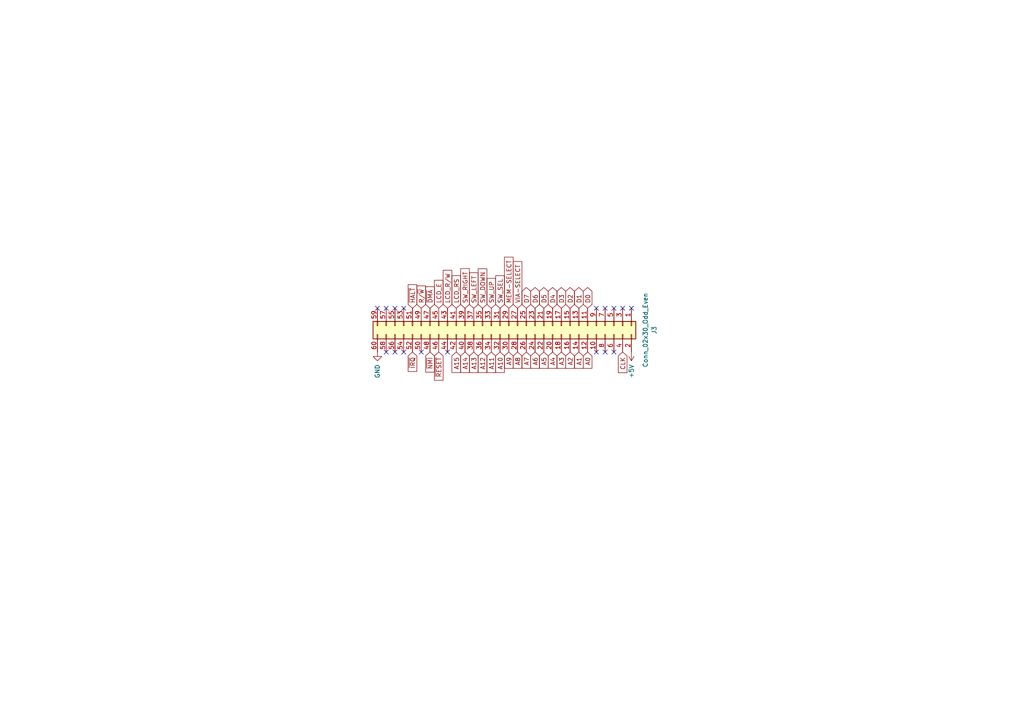
<source format=kicad_sch>
(kicad_sch (version 20230121) (generator eeschema)
  (paper "A4")
  (lib_symbols
    (symbol "Connector_Generic:Conn_02x30_Odd_Even" (pin_names (offset 1.016) hide)
      (property "Reference" "J" (at 1.27 38.1 0))
      (property "Value" "Conn_02x30_Odd_Even" (at 1.27 -40.64 0))
      (symbol "Conn_02x30_Odd_Even_1_1"
        (rectangle (start -1.27 -37.973) (end 0 -38.227) (stroke (width 0.1524)))
        (rectangle (start -1.27 -35.433) (end 0 -35.687) (stroke (width 0.1524)))
        (rectangle (start -1.27 -32.893) (end 0 -33.147) (stroke (width 0.1524)))
        (rectangle (start -1.27 -30.353) (end 0 -30.607) (stroke (width 0.1524)))
        (rectangle (start -1.27 -27.813) (end 0 -28.067) (stroke (width 0.1524)))
        (rectangle (start -1.27 -25.273) (end 0 -25.527) (stroke (width 0.1524)))
        (rectangle (start -1.27 -22.733) (end 0 -22.987) (stroke (width 0.1524)))
        (rectangle (start -1.27 -20.193) (end 0 -20.447) (stroke (width 0.1524)))
        (rectangle (start -1.27 -17.653) (end 0 -17.907) (stroke (width 0.1524)))
        (rectangle (start -1.27 -15.113) (end 0 -15.367) (stroke (width 0.1524)))
        (rectangle (start -1.27 -12.573) (end 0 -12.827) (stroke (width 0.1524)))
        (rectangle (start -1.27 -10.033) (end 0 -10.287) (stroke (width 0.1524)))
        (rectangle (start -1.27 -7.493) (end 0 -7.747) (stroke (width 0.1524)))
        (rectangle (start -1.27 -4.953) (end 0 -5.207) (stroke (width 0.1524)))
        (rectangle (start -1.27 -2.413) (end 0 -2.667) (stroke (width 0.1524)))
        (rectangle (start -1.27 0.127) (end 0 -0.127) (stroke (width 0.1524)))
        (rectangle (start -1.27 2.667) (end 0 2.413) (stroke (width 0.1524)))
        (rectangle (start -1.27 5.207) (end 0 4.953) (stroke (width 0.1524)))
        (rectangle (start -1.27 7.747) (end 0 7.493) (stroke (width 0.1524)))
        (rectangle (start -1.27 10.287) (end 0 10.033) (stroke (width 0.1524)))
        (rectangle (start -1.27 12.827) (end 0 12.573) (stroke (width 0.1524)))
        (rectangle (start -1.27 15.367) (end 0 15.113) (stroke (width 0.1524)))
        (rectangle (start -1.27 17.907) (end 0 17.653) (stroke (width 0.1524)))
        (rectangle (start -1.27 20.447) (end 0 20.193) (stroke (width 0.1524)))
        (rectangle (start -1.27 22.987) (end 0 22.733) (stroke (width 0.1524)))
        (rectangle (start -1.27 25.527) (end 0 25.273) (stroke (width 0.1524)))
        (rectangle (start -1.27 28.067) (end 0 27.813) (stroke (width 0.1524)))
        (rectangle (start -1.27 30.607) (end 0 30.353) (stroke (width 0.1524)))
        (rectangle (start -1.27 33.147) (end 0 32.893) (stroke (width 0.1524)))
        (rectangle (start -1.27 35.687) (end 0 35.433) (stroke (width 0.1524)))
        (rectangle (start -1.27 36.83) (end 3.81 -39.37) (stroke (width 0.254)) (fill (type background)))
        (rectangle (start 3.81 -37.973) (end 2.54 -38.227) (stroke (width 0.1524)))
        (rectangle (start 3.81 -35.433) (end 2.54 -35.687) (stroke (width 0.1524)))
        (rectangle (start 3.81 -32.893) (end 2.54 -33.147) (stroke (width 0.1524)))
        (rectangle (start 3.81 -30.353) (end 2.54 -30.607) (stroke (width 0.1524)))
        (rectangle (start 3.81 -27.813) (end 2.54 -28.067) (stroke (width 0.1524)))
        (rectangle (start 3.81 -25.273) (end 2.54 -25.527) (stroke (width 0.1524)))
        (rectangle (start 3.81 -22.733) (end 2.54 -22.987) (stroke (width 0.1524)))
        (rectangle (start 3.81 -20.193) (end 2.54 -20.447) (stroke (width 0.1524)))
        (rectangle (start 3.81 -17.653) (end 2.54 -17.907) (stroke (width 0.1524)))
        (rectangle (start 3.81 -15.113) (end 2.54 -15.367) (stroke (width 0.1524)))
        (rectangle (start 3.81 -12.573) (end 2.54 -12.827) (stroke (width 0.1524)))
        (rectangle (start 3.81 -10.033) (end 2.54 -10.287) (stroke (width 0.1524)))
        (rectangle (start 3.81 -7.493) (end 2.54 -7.747) (stroke (width 0.1524)))
        (rectangle (start 3.81 -4.953) (end 2.54 -5.207) (stroke (width 0.1524)))
        (rectangle (start 3.81 -2.413) (end 2.54 -2.667) (stroke (width 0.1524)))
        (rectangle (start 3.81 0.127) (end 2.54 -0.127) (stroke (width 0.1524)))
        (rectangle (start 3.81 2.667) (end 2.54 2.413) (stroke (width 0.1524)))
        (rectangle (start 3.81 5.207) (end 2.54 4.953) (stroke (width 0.1524)))
        (rectangle (start 3.81 7.747) (end 2.54 7.493) (stroke (width 0.1524)))
        (rectangle (start 3.81 10.287) (end 2.54 10.033) (stroke (width 0.1524)))
        (rectangle (start 3.81 12.827) (end 2.54 12.573) (stroke (width 0.1524)))
        (rectangle (start 3.81 15.367) (end 2.54 15.113) (stroke (width 0.1524)))
        (rectangle (start 3.81 17.907) (end 2.54 17.653) (stroke (width 0.1524)))
        (rectangle (start 3.81 20.447) (end 2.54 20.193) (stroke (width 0.1524)))
        (rectangle (start 3.81 22.987) (end 2.54 22.733) (stroke (width 0.1524)))
        (rectangle (start 3.81 25.527) (end 2.54 25.273) (stroke (width 0.1524)))
        (rectangle (start 3.81 28.067) (end 2.54 27.813) (stroke (width 0.1524)))
        (rectangle (start 3.81 30.607) (end 2.54 30.353) (stroke (width 0.1524)))
        (rectangle (start 3.81 33.147) (end 2.54 32.893) (stroke (width 0.1524)))
        (rectangle (start 3.81 35.687) (end 2.54 35.433) (stroke (width 0.1524)))
        (pin passive line (at -5.08 35.56 0) (length 3.81) (name "Pin_1") (number "1"))
        (pin passive line (at 7.62 25.4 180) (length 3.81) (name "Pin_10") (number "10"))
        (pin passive line (at -5.08 22.86 0) (length 3.81) (name "Pin_11") (number "11"))
        (pin passive line (at 7.62 22.86 180) (length 3.81) (name "Pin_12") (number "12"))
        (pin passive line (at -5.08 20.32 0) (length 3.81) (name "Pin_13") (number "13"))
        (pin passive line (at 7.62 20.32 180) (length 3.81) (name "Pin_14") (number "14"))
        (pin passive line (at -5.08 17.78 0) (length 3.81) (name "Pin_15") (number "15"))
        (pin passive line (at 7.62 17.78 180) (length 3.81) (name "Pin_16") (number "16"))
        (pin passive line (at -5.08 15.24 0) (length 3.81) (name "Pin_17") (number "17"))
        (pin passive line (at 7.62 15.24 180) (length 3.81) (name "Pin_18") (number "18"))
        (pin passive line (at -5.08 12.7 0) (length 3.81) (name "Pin_19") (number "19"))
        (pin passive line (at 7.62 35.56 180) (length 3.81) (name "Pin_2") (number "2"))
        (pin passive line (at 7.62 12.7 180) (length 3.81) (name "Pin_20") (number "20"))
        (pin passive line (at -5.08 10.16 0) (length 3.81) (name "Pin_21") (number "21"))
        (pin passive line (at 7.62 10.16 180) (length 3.81) (name "Pin_22") (number "22"))
        (pin passive line (at -5.08 7.62 0) (length 3.81) (name "Pin_23") (number "23"))
        (pin passive line (at 7.62 7.62 180) (length 3.81) (name "Pin_24") (number "24"))
        (pin passive line (at -5.08 5.08 0) (length 3.81) (name "Pin_25") (number "25"))
        (pin passive line (at 7.62 5.08 180) (length 3.81) (name "Pin_26") (number "26"))
        (pin passive line (at -5.08 2.54 0) (length 3.81) (name "Pin_27") (number "27"))
        (pin passive line (at 7.62 2.54 180) (length 3.81) (name "Pin_28") (number "28"))
        (pin passive line (at -5.08 0 0) (length 3.81) (name "Pin_29") (number "29"))
        (pin passive line (at -5.08 33.02 0) (length 3.81) (name "Pin_3") (number "3"))
        (pin passive line (at 7.62 0 180) (length 3.81) (name "Pin_30") (number "30"))
        (pin passive line (at -5.08 -2.54 0) (length 3.81) (name "Pin_31") (number "31"))
        (pin passive line (at 7.62 -2.54 180) (length 3.81) (name "Pin_32") (number "32"))
        (pin passive line (at -5.08 -5.08 0) (length 3.81) (name "Pin_33") (number "33"))
        (pin passive line (at 7.62 -5.08 180) (length 3.81) (name "Pin_34") (number "34"))
        (pin passive line (at -5.08 -7.62 0) (length 3.81) (name "Pin_35") (number "35"))
        (pin passive line (at 7.62 -7.62 180) (length 3.81) (name "Pin_36") (number "36"))
        (pin passive line (at -5.08 -10.16 0) (length 3.81) (name "Pin_37") (number "37"))
        (pin passive line (at 7.62 -10.16 180) (length 3.81) (name "Pin_38") (number "38"))
        (pin passive line (at -5.08 -12.7 0) (length 3.81) (name "Pin_39") (number "39"))
        (pin passive line (at 7.62 33.02 180) (length 3.81) (name "Pin_4") (number "4"))
        (pin passive line (at 7.62 -12.7 180) (length 3.81) (name "Pin_40") (number "40"))
        (pin passive line (at -5.08 -15.24 0) (length 3.81) (name "Pin_41") (number "41"))
        (pin passive line (at 7.62 -15.24 180) (length 3.81) (name "Pin_42") (number "42"))
        (pin passive line (at -5.08 -17.78 0) (length 3.81) (name "Pin_43") (number "43"))
        (pin passive line (at 7.62 -17.78 180) (length 3.81) (name "Pin_44") (number "44"))
        (pin passive line (at -5.08 -20.32 0) (length 3.81) (name "Pin_45") (number "45"))
        (pin passive line (at 7.62 -20.32 180) (length 3.81) (name "Pin_46") (number "46"))
        (pin passive line (at -5.08 -22.86 0) (length 3.81) (name "Pin_47") (number "47"))
        (pin passive line (at 7.62 -22.86 180) (length 3.81) (name "Pin_48") (number "48"))
        (pin passive line (at -5.08 -25.4 0) (length 3.81) (name "Pin_49") (number "49"))
        (pin passive line (at -5.08 30.48 0) (length 3.81) (name "Pin_5") (number "5"))
        (pin passive line (at 7.62 -25.4 180) (length 3.81) (name "Pin_50") (number "50"))
        (pin passive line (at -5.08 -27.94 0) (length 3.81) (name "Pin_51") (number "51"))
        (pin passive line (at 7.62 -27.94 180) (length 3.81) (name "Pin_52") (number "52"))
        (pin passive line (at -5.08 -30.48 0) (length 3.81) (name "Pin_53") (number "53"))
        (pin passive line (at 7.62 -30.48 180) (length 3.81) (name "Pin_54") (number "54"))
        (pin passive line (at -5.08 -33.02 0) (length 3.81) (name "Pin_55") (number "55"))
        (pin passive line (at 7.62 -33.02 180) (length 3.81) (name "Pin_56") (number "56"))
        (pin passive line (at -5.08 -35.56 0) (length 3.81) (name "Pin_57") (number "57"))
        (pin passive line (at 7.62 -35.56 180) (length 3.81) (name "Pin_58") (number "58"))
        (pin passive line (at -5.08 -38.1 0) (length 3.81) (name "Pin_59") (number "59"))
        (pin passive line (at 7.62 30.48 180) (length 3.81) (name "Pin_6") (number "6"))
        (pin passive line (at 7.62 -38.1 180) (length 3.81) (name "Pin_60") (number "60"))
        (pin passive line (at -5.08 27.94 0) (length 3.81) (name "Pin_7") (number "7"))
        (pin passive line (at 7.62 27.94 180) (length 3.81) (name "Pin_8") (number "8"))
        (pin passive line (at -5.08 25.4 0) (length 3.81) (name "Pin_9") (number "9"))
      )
    )
    (symbol "power:+5V" (power) (pin_names (offset 0))
      (property "Value" "+5V" (at 0 3.556 0))
      (symbol "+5V_0_1"
        (polyline (pts (xy -0.762 1.27) (xy 0 2.54)))
        (polyline (pts (xy 0 0) (xy 0 2.54)))
        (polyline (pts (xy 0 2.54) (xy 0.762 1.27)))
      )
      (symbol "+5V_1_1"
        (pin power_in line (at 0 0 90) (length 0) hide (name "+5V") (number "1"))
      )
    )
    (symbol "power:GND" (power) (pin_names (offset 0))
      (property "Value" "GND" (at 0 -3.81 0))
      (symbol "GND_0_1"
        (polyline (pts (xy 0 0) (xy 0 -1.27) (xy 1.27 -1.27) (xy 0 -2.54) (xy -1.27 -1.27) (xy 0 -1.27)))
      )
      (symbol "GND_1_1"
        (pin power_in line (at 0 0 270) (length 0) hide (name "GND") (number "1"))
      )
    )
  )
  (no_connect (at 112.014 102.108))
  (no_connect (at 172.974 102.108))
  (no_connect (at 180.594 89.408))
  (no_connect (at 112.014 89.408))
  (no_connect (at 114.554 102.108))
  (no_connect (at 129.794 102.108))
  (no_connect (at 114.554 89.408))
  (no_connect (at 178.054 89.408))
  (no_connect (at 172.974 89.408))
  (no_connect (at 175.514 102.108))
  (no_connect (at 178.054 102.108))
  (no_connect (at 117.094 102.108))
  (no_connect (at 109.474 89.408))
  (no_connect (at 183.134 89.408))
  (no_connect (at 117.094 89.408))
  (no_connect (at 122.174 102.108))
  (no_connect (at 175.514 89.408))
  (global_label "~{NMI}" (shape input) (at 124.714 102.108 270) (property "Intersheetrefs" "${INTERSHEET_REFS}" (effects hide)))
  (global_label "A3" (shape input) (at 162.814 102.108 270) (property "Intersheetrefs" "${INTERSHEET_REFS}" (effects hide)))
  (global_label "SW_RIGHT" (shape input) (at 134.874 89.408 90) (property "Intersheetrefs" "${INTERSHEET_REFS}" (effects hide)))
  (global_label "~{HALT}" (shape input) (at 119.634 89.408 90) (property "Intersheetrefs" "${INTERSHEET_REFS}" (effects hide)))
  (global_label "A5" (shape input) (at 157.734 102.108 270) (property "Intersheetrefs" "${INTERSHEET_REFS}" (effects hide)))
  (global_label "D6" (shape bidirectional) (at 155.194 89.408 90) (property "Intersheetrefs" "${INTERSHEET_REFS}" (effects hide)))
  (global_label "SW_LEFT" (shape input) (at 137.414 89.408 90) (property "Intersheetrefs" "${INTERSHEET_REFS}" (effects hide)))
  (global_label "A4" (shape input) (at 160.274 102.108 270) (property "Intersheetrefs" "${INTERSHEET_REFS}" (effects hide)))
  (global_label "A12" (shape input) (at 139.954 102.108 270) (property "Intersheetrefs" "${INTERSHEET_REFS}" (effects hide)))
  (global_label "D4" (shape bidirectional) (at 160.274 89.408 90) (property "Intersheetrefs" "${INTERSHEET_REFS}" (effects hide)))
  (global_label "A0" (shape input) (at 170.434 102.108 270) (property "Intersheetrefs" "${INTERSHEET_REFS}" (effects hide)))
  (global_label "R{slash}~{W}" (shape input) (at 122.174 89.408 90) (property "Intersheetrefs" "${INTERSHEET_REFS}" (effects hide)))
  (global_label "D1" (shape bidirectional) (at 167.894 89.408 90) (property "Intersheetrefs" "${INTERSHEET_REFS}" (effects hide)))
  (global_label "LCD_E" (shape input) (at 127.254 89.408 90) (property "Intersheetrefs" "${INTERSHEET_REFS}" (effects hide)))
  (global_label "LCD_R{slash}W" (shape input) (at 129.794 89.408 90) (property "Intersheetrefs" "${INTERSHEET_REFS}" (effects hide)))
  (global_label "SW_SEL" (shape input) (at 145.034 89.408 90) (property "Intersheetrefs" "${INTERSHEET_REFS}" (effects hide)))
  (global_label "D7" (shape bidirectional) (at 152.654 89.408 90) (property "Intersheetrefs" "${INTERSHEET_REFS}" (effects hide)))
  (global_label "A1" (shape input) (at 167.894 102.108 270) (property "Intersheetrefs" "${INTERSHEET_REFS}" (effects hide)))
  (global_label "D0" (shape bidirectional) (at 170.434 89.408 90) (property "Intersheetrefs" "${INTERSHEET_REFS}" (effects hide)))
  (global_label "~{DMA}" (shape input) (at 124.714 89.408 90) (property "Intersheetrefs" "${INTERSHEET_REFS}" (effects hide)))
  (global_label "A6" (shape input) (at 155.194 102.108 270) (property "Intersheetrefs" "${INTERSHEET_REFS}" (effects hide)))
  (global_label "A15" (shape input) (at 132.334 102.108 270) (property "Intersheetrefs" "${INTERSHEET_REFS}" (effects hide)))
  (global_label "LCD_RS" (shape input) (at 132.334 89.408 90) (property "Intersheetrefs" "${INTERSHEET_REFS}" (effects hide)))
  (global_label "SW_UP" (shape input) (at 142.494 89.408 90) (property "Intersheetrefs" "${INTERSHEET_REFS}" (effects hide)))
  (global_label "SW_DOWN" (shape input) (at 139.954 89.408 90) (property "Intersheetrefs" "${INTERSHEET_REFS}" (effects hide)))
  (global_label "D3" (shape bidirectional) (at 162.814 89.408 90) (property "Intersheetrefs" "${INTERSHEET_REFS}" (effects hide)))
  (global_label "CLK" (shape input) (at 180.594 102.108 270) (property "Intersheetrefs" "${INTERSHEET_REFS}" (effects hide)))
  (global_label "D2" (shape bidirectional) (at 165.354 89.408 90) (property "Intersheetrefs" "${INTERSHEET_REFS}" (effects hide)))
  (global_label "D5" (shape bidirectional) (at 157.734 89.408 90) (property "Intersheetrefs" "${INTERSHEET_REFS}" (effects hide)))
  (global_label "A9" (shape input) (at 147.574 102.108 270) (property "Intersheetrefs" "${INTERSHEET_REFS}" (effects hide)))
  (global_label "A13" (shape input) (at 137.414 102.108 270) (property "Intersheetrefs" "${INTERSHEET_REFS}" (effects hide)))
  (global_label "A7" (shape input) (at 152.654 102.108 270) (property "Intersheetrefs" "${INTERSHEET_REFS}" (effects hide)))
  (global_label "A10" (shape input) (at 145.034 102.108 270) (property "Intersheetrefs" "${INTERSHEET_REFS}" (effects hide)))
  (global_label "A14" (shape input) (at 134.874 102.108 270) (property "Intersheetrefs" "${INTERSHEET_REFS}" (effects hide)))
  (global_label "~{IRQ}" (shape input) (at 119.634 102.108 270) (property "Intersheetrefs" "${INTERSHEET_REFS}" (effects hide)))
  (global_label "~{RESET}" (shape input) (at 127.254 102.108 270) (property "Intersheetrefs" "${INTERSHEET_REFS}" (effects hide)))
  (global_label "A8" (shape input) (at 150.114 102.108 270) (property "Intersheetrefs" "${INTERSHEET_REFS}" (effects hide)))
  (global_label "A2" (shape input) (at 165.354 102.108 270) (property "Intersheetrefs" "${INTERSHEET_REFS}" (effects hide)))
  (global_label "A11" (shape input) (at 142.494 102.108 270) (property "Intersheetrefs" "${INTERSHEET_REFS}" (effects hide)))
  (global_label "VIA-SELECT" (shape input) (at 150.114 89.408 90) (property "Intersheetrefs" "${INTERSHEET_REFS}" (effects hide)))
  (global_label "MEM-SELECT" (shape input) (at 147.574 89.408 90) (property "Intersheetrefs" "${INTERSHEET_REFS}" (effects hide)))
  (symbol (lib_id "power:GND") (at 109.474 102.108 0) (unit 1)
    (property "Reference" "#PWR031" (effects hide))
    (property "Value" "GND" (at 109.4741 105.664 90) (effects (justify right)))
    (instances (project "BE6502sbc" (path "" (reference "#PWR031") (unit 1))) (project "HD6309sbc" (path "" (reference "#PWR023") (unit 1))))
  )
  (symbol (lib_id "power:+5V") (at 183.134 102.108 180) (unit 1)
    (property "Reference" "#PWR032" (effects hide))
    (property "Value" "+5V" (at 183.134 109.728 90) (effects (justify right)))
    (instances (project "BE6502sbc" (path "" (reference "#PWR032") (unit 1))) (project "HD6309sbc" (path "" (reference "#PWR024") (unit 1))))
  )
  (symbol (lib_id "Connector_Generic:Conn_02x30_Odd_Even") (at 147.574 94.488 270) (unit 1)
    (property "Reference" "J3" (at 189.738 95.758 0))
    (property "Value" "Conn_02x30_Odd_Even" (at 187.198 95.758 0))
    (property "Footprint" "Connector_PinHeader_2.54mm:PinHeader_2x30_P2.54mm_Vertical" (effects hide))
    (instances (project "BE6502sbc" (path "" (reference "J3") (unit 1))) (project "HD6309sbc" (path "" (reference "J2") (unit 1))))
  )
)
</source>
